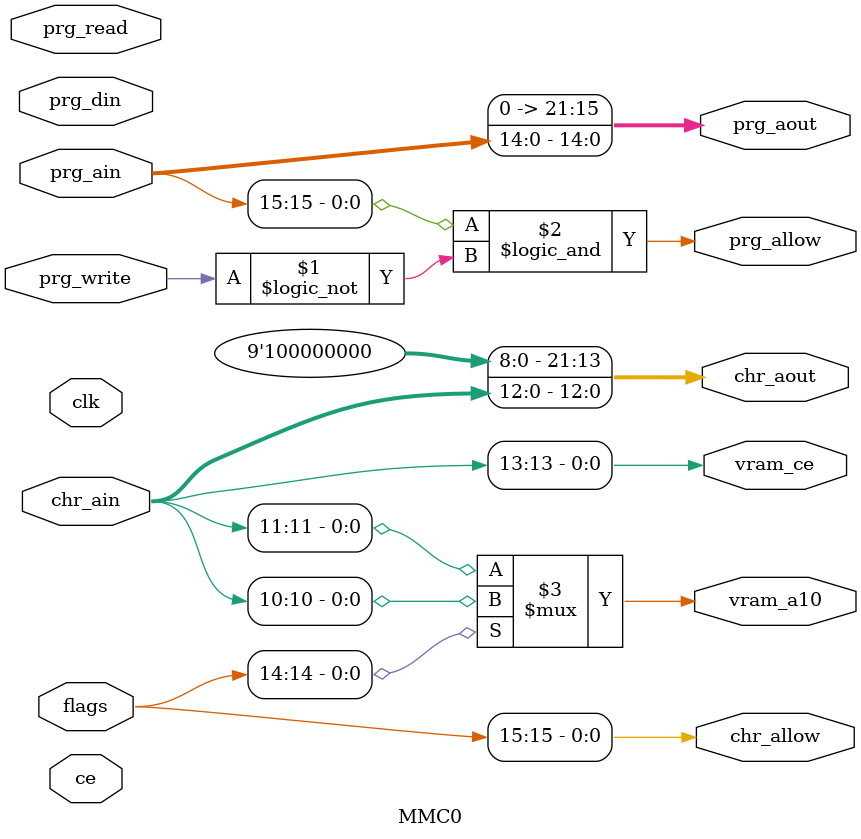
<source format=v>
module MMC0(input clk, input ce,
            input [31:0] flags,
            input [15:0] prg_ain, output [21:0] prg_aout,
            input prg_read, prg_write,                   
            input [7:0] prg_din,
            output prg_allow,                            
            input [13:0] chr_ain, output [21:0] chr_aout,
            output chr_allow,                      
            output vram_a10,                             
            output vram_ce);                             
  assign prg_aout = {7'b00_0000_0, prg_ain[14:0]};
  assign prg_allow = prg_ain[15] && !prg_write;
  assign chr_allow = flags[15];
  assign chr_aout = {9'b10_0000_000, chr_ain[12:0]};
  assign vram_ce = chr_ain[13];
  assign vram_a10 = flags[14] ? chr_ain[10] : chr_ain[11];
endmodule
</source>
